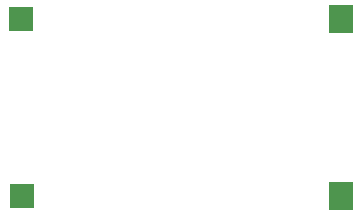
<source format=gbr>
G04 #@! TF.GenerationSoftware,KiCad,Pcbnew,5.0.0*
G04 #@! TF.CreationDate,2018-11-05T10:41:33+02:00*
G04 #@! TF.ProjectId,filter,66696C7465722E6B696361645F706362,rev?*
G04 #@! TF.SameCoordinates,Original*
G04 #@! TF.FileFunction,Soldermask,Bot*
G04 #@! TF.FilePolarity,Negative*
%FSLAX46Y46*%
G04 Gerber Fmt 4.6, Leading zero omitted, Abs format (unit mm)*
G04 Created by KiCad (PCBNEW 5.0.0) date Mon Nov  5 10:41:33 2018*
%MOMM*%
%LPD*%
G01*
G04 APERTURE LIST*
%ADD10R,2.100000X2.350000*%
%ADD11R,2.100000X2.100000*%
G04 APERTURE END LIST*
D10*
G04 #@! TO.C,J7*
X73000000Y-27500000D03*
G04 #@! TD*
G04 #@! TO.C,J8*
X73000000Y-42500000D03*
G04 #@! TD*
D11*
G04 #@! TO.C,J2*
X46000000Y-42500000D03*
G04 #@! TD*
G04 #@! TO.C,J1*
X45880000Y-27500000D03*
G04 #@! TD*
M02*

</source>
